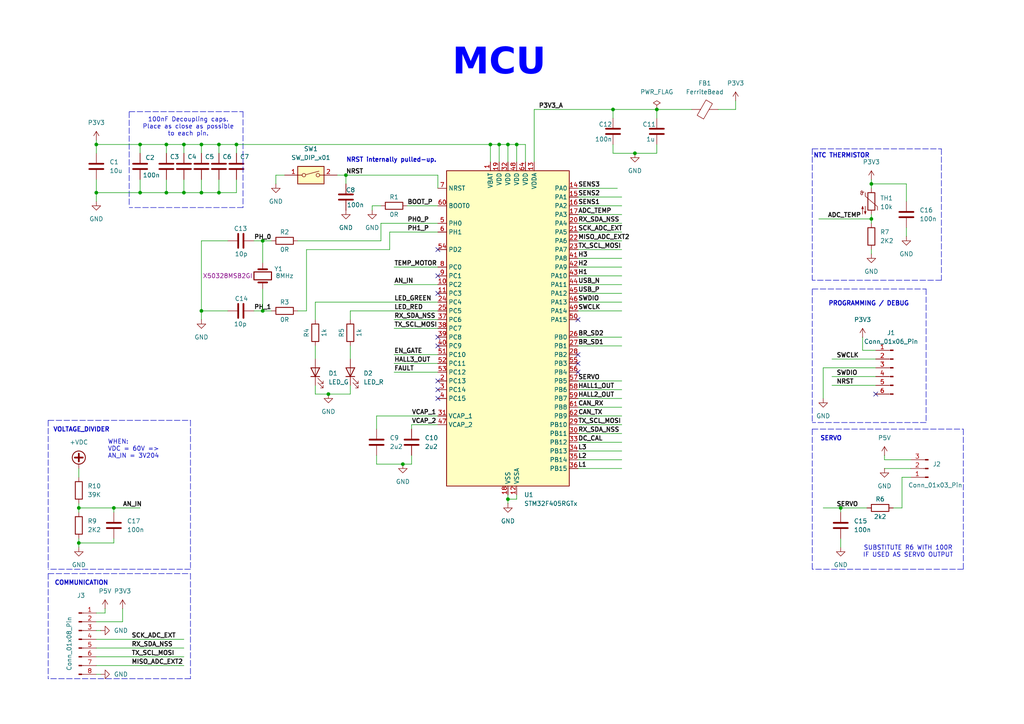
<source format=kicad_sch>
(kicad_sch (version 20250114) (generator "eeschema") (generator_version "9.0")
  (paper "A4")
  (title_block (title "PCB Mastery Project") (date "2026-01-27") (rev "01_1") (company "Integro Consulting AB") (comment 1 "TBD") (comment 2 "TBD") (comment 3 "TBD") (comment 4 "Josue Godinez"))
  (lib_symbols
    (symbol "Connector:Conn_01x03_Pin" (pin_names (offset 1.016) (hide yes))
      (property "Reference" "J" (at 0 5.08 0))
      (property "Value" "Conn_01x03_Pin" (at 0 -5.08 0))
      (symbol "Conn_01x03_Pin_1_1"
        (rectangle (start 0.8636 2.667) (end 0 2.413) (stroke (width 0.1524)) (fill (type outline)))
        (rectangle (start 0.8636 0.127) (end 0 -0.127) (stroke (width 0.1524)) (fill (type outline)))
        (rectangle (start 0.8636 -2.413) (end 0 -2.667) (stroke (width 0.1524)) (fill (type outline)))
        (polyline (pts (xy 1.27 2.54) (xy 0.8636 2.54)) (stroke (width 0.1524)))
        (polyline (pts (xy 1.27 0) (xy 0.8636 0)) (stroke (width 0.1524)))
        (polyline (pts (xy 1.27 -2.54) (xy 0.8636 -2.54)) (stroke (width 0.1524)))
        (pin passive line (at 5.08 2.54 180) (length 3.81) (name "Pin_1") (number "1"))
        (pin passive line (at 5.08 0 180) (length 3.81) (name "Pin_2") (number "2"))
        (pin passive line (at 5.08 -2.54 180) (length 3.81) (name "Pin_3") (number "3"))
      )
    )
    (symbol "Connector:Conn_01x06_Pin" (pin_names (offset 1.016) (hide yes))
      (property "Reference" "J" (at 0 7.62 0))
      (property "Value" "Conn_01x06_Pin" (at 0 -10.16 0))
      (symbol "Conn_01x06_Pin_1_1"
        (rectangle (start 0.8636 5.207) (end 0 4.953) (stroke (width 0.1524)) (fill (type outline)))
        (rectangle (start 0.8636 2.667) (end 0 2.413) (stroke (width 0.1524)) (fill (type outline)))
        (rectangle (start 0.8636 0.127) (end 0 -0.127) (stroke (width 0.1524)) (fill (type outline)))
        (rectangle (start 0.8636 -2.413) (end 0 -2.667) (stroke (width 0.1524)) (fill (type outline)))
        (rectangle (start 0.8636 -4.953) (end 0 -5.207) (stroke (width 0.1524)) (fill (type outline)))
        (rectangle (start 0.8636 -7.493) (end 0 -7.747) (stroke (width 0.1524)) (fill (type outline)))
        (polyline (pts (xy 1.27 5.08) (xy 0.8636 5.08)) (stroke (width 0.1524)))
        (polyline (pts (xy 1.27 2.54) (xy 0.8636 2.54)) (stroke (width 0.1524)))
        (polyline (pts (xy 1.27 0) (xy 0.8636 0)) (stroke (width 0.1524)))
        (polyline (pts (xy 1.27 -2.54) (xy 0.8636 -2.54)) (stroke (width 0.1524)))
        (polyline (pts (xy 1.27 -5.08) (xy 0.8636 -5.08)) (stroke (width 0.1524)))
        (polyline (pts (xy 1.27 -7.62) (xy 0.8636 -7.62)) (stroke (width 0.1524)))
        (pin passive line (at 5.08 5.08 180) (length 3.81) (name "Pin_1") (number "1"))
        (pin passive line (at 5.08 2.54 180) (length 3.81) (name "Pin_2") (number "2"))
        (pin passive line (at 5.08 0 180) (length 3.81) (name "Pin_3") (number "3"))
        (pin passive line (at 5.08 -2.54 180) (length 3.81) (name "Pin_4") (number "4"))
        (pin passive line (at 5.08 -5.08 180) (length 3.81) (name "Pin_5") (number "5"))
        (pin passive line (at 5.08 -7.62 180) (length 3.81) (name "Pin_6") (number "6"))
      )
    )
    (symbol "Connector:Conn_01x08_Pin" (pin_names (offset 1.016) (hide yes))
      (property "Reference" "J" (at 0 10.16 0))
      (property "Value" "Conn_01x08_Pin" (at 0 -12.7 0))
      (symbol "Conn_01x08_Pin_1_1"
        (rectangle (start 0.8636 7.747) (end 0 7.493) (stroke (width 0.1524)) (fill (type outline)))
        (rectangle (start 0.8636 5.207) (end 0 4.953) (stroke (width 0.1524)) (fill (type outline)))
        (rectangle (start 0.8636 2.667) (end 0 2.413) (stroke (width 0.1524)) (fill (type outline)))
        (rectangle (start 0.8636 0.127) (end 0 -0.127) (stroke (width 0.1524)) (fill (type outline)))
        (rectangle (start 0.8636 -2.413) (end 0 -2.667) (stroke (width 0.1524)) (fill (type outline)))
        (rectangle (start 0.8636 -4.953) (end 0 -5.207) (stroke (width 0.1524)) (fill (type outline)))
        (rectangle (start 0.8636 -7.493) (end 0 -7.747) (stroke (width 0.1524)) (fill (type outline)))
        (rectangle (start 0.8636 -10.033) (end 0 -10.287) (stroke (width 0.1524)) (fill (type outline)))
        (polyline (pts (xy 1.27 7.62) (xy 0.8636 7.62)) (stroke (width 0.1524)))
        (polyline (pts (xy 1.27 5.08) (xy 0.8636 5.08)) (stroke (width 0.1524)))
        (polyline (pts (xy 1.27 2.54) (xy 0.8636 2.54)) (stroke (width 0.1524)))
        (polyline (pts (xy 1.27 0) (xy 0.8636 0)) (stroke (width 0.1524)))
        (polyline (pts (xy 1.27 -2.54) (xy 0.8636 -2.54)) (stroke (width 0.1524)))
        (polyline (pts (xy 1.27 -5.08) (xy 0.8636 -5.08)) (stroke (width 0.1524)))
        (polyline (pts (xy 1.27 -7.62) (xy 0.8636 -7.62)) (stroke (width 0.1524)))
        (polyline (pts (xy 1.27 -10.16) (xy 0.8636 -10.16)) (stroke (width 0.1524)))
        (pin passive line (at 5.08 7.62 180) (length 3.81) (name "Pin_1") (number "1"))
        (pin passive line (at 5.08 5.08 180) (length 3.81) (name "Pin_2") (number "2"))
        (pin passive line (at 5.08 2.54 180) (length 3.81) (name "Pin_3") (number "3"))
        (pin passive line (at 5.08 0 180) (length 3.81) (name "Pin_4") (number "4"))
        (pin passive line (at 5.08 -2.54 180) (length 3.81) (name "Pin_5") (number "5"))
        (pin passive line (at 5.08 -5.08 180) (length 3.81) (name "Pin_6") (number "6"))
        (pin passive line (at 5.08 -7.62 180) (length 3.81) (name "Pin_7") (number "7"))
        (pin passive line (at 5.08 -10.16 180) (length 3.81) (name "Pin_8") (number "8"))
      )
    )
    (symbol "Device:C" (pin_numbers (hide yes)) (pin_names (offset 0.254))
      (property "Reference" "C" (at 0.635 2.54 0))
      (property "Value" "C" (at 0.635 -2.54 0))
      (symbol "C_0_1"
        (polyline (pts (xy -2.032 0.762) (xy 2.032 0.762)) (stroke (width 0.508)))
        (polyline (pts (xy -2.032 -0.762) (xy 2.032 -0.762)) (stroke (width 0.508)))
      )
      (symbol "C_1_1"
        (pin passive line (at 0 3.81 270) (length 2.794) (name "~") (number "1"))
        (pin passive line (at 0 -3.81 90) (length 2.794) (name "~") (number "2"))
      )
    )
    (symbol "Device:Crystal" (pin_numbers (hide yes)) (pin_names (offset 1.016) (hide yes))
      (property "Reference" "Y" (at 0 3.81 0))
      (property "Value" "Crystal" (at 0 -3.81 0))
      (symbol "Crystal_0_1"
        (polyline (pts (xy -2.54 0) (xy -1.905 0)))
        (polyline (pts (xy -1.905 -1.27) (xy -1.905 1.27)) (stroke (width 0.508)))
        (rectangle (start -1.143 2.54) (end 1.143 -2.54) (stroke (width 0.3048)))
        (polyline (pts (xy 1.905 -1.27) (xy 1.905 1.27)) (stroke (width 0.508)))
        (polyline (pts (xy 2.54 0) (xy 1.905 0)))
      )
      (symbol "Crystal_1_1"
        (pin passive line (at -3.81 0 0) (length 1.27) (name "1") (number "1"))
        (pin passive line (at 3.81 0 180) (length 1.27) (name "2") (number "2"))
      )
    )
    (symbol "Device:FerriteBead" (pin_numbers (hide yes)) (pin_names (offset 0))
      (property "Reference" "FB" (at -3.81 0.635 90))
      (property "Value" "FerriteBead" (at 3.81 0 90))
      (symbol "FerriteBead_0_1"
        (polyline (pts (xy -2.7686 0.4064) (xy -1.7018 2.2606) (xy 2.7686 -0.3048) (xy 1.6764 -2.159) (xy -2.7686 0.4064)))
        (polyline (pts (xy 0 1.27) (xy 0 1.2954)))
        (polyline (pts (xy 0 -1.27) (xy 0 -1.2192)))
      )
      (symbol "FerriteBead_1_1"
        (pin passive line (at 0 3.81 270) (length 2.54) (name "~") (number "1"))
        (pin passive line (at 0 -3.81 90) (length 2.54) (name "~") (number "2"))
      )
    )
    (symbol "Device:LED" (pin_numbers (hide yes)) (pin_names (offset 1.016) (hide yes))
      (property "Reference" "D" (at 0 2.54 0))
      (property "Value" "LED" (at 0 -2.54 0))
      (symbol "LED_0_1"
        (polyline (pts (xy -3.048 -0.762) (xy -4.572 -2.286) (xy -3.81 -2.286) (xy -4.572 -2.286) (xy -4.572 -1.524)))
        (polyline (pts (xy -1.778 -0.762) (xy -3.302 -2.286) (xy -2.54 -2.286) (xy -3.302 -2.286) (xy -3.302 -1.524)))
        (polyline (pts (xy -1.27 0) (xy 1.27 0)))
        (polyline (pts (xy -1.27 -1.27) (xy -1.27 1.27)) (stroke (width 0.254)))
        (polyline (pts (xy 1.27 -1.27) (xy 1.27 1.27) (xy -1.27 0) (xy 1.27 -1.27)) (stroke (width 0.254)))
      )
      (symbol "LED_1_1"
        (pin passive line (at -3.81 0 0) (length 2.54) (name "K") (number "1"))
        (pin passive line (at 3.81 0 180) (length 2.54) (name "A") (number "2"))
      )
    )
    (symbol "Device:R" (pin_numbers (hide yes)) (pin_names (offset 0))
      (property "Reference" "R" (at 2.032 0 90))
      (property "Value" "R" (at 0 0 90))
      (symbol "R_0_1"
        (rectangle (start -1.016 -2.54) (end 1.016 2.54) (stroke (width 0.254)))
      )
      (symbol "R_1_1"
        (pin passive line (at 0 3.81 270) (length 1.27) (name "~") (number "1"))
        (pin passive line (at 0 -3.81 90) (length 1.27) (name "~") (number "2"))
      )
    )
    (symbol "Device:Thermistor_NTC" (pin_numbers (hide yes)) (pin_names (offset 0))
      (property "Reference" "TH" (at -4.445 0 90))
      (property "Value" "Thermistor_NTC" (at 3.175 0 90))
      (symbol "Thermistor_NTC_0_1"
        (arc (start -3.175 2.413) (mid -3.0506 2.3165) (end -3.048 2.159))
        (arc (start -3.048 2.794) (mid -2.9736 2.9736) (end -2.794 3.048))
        (arc (start -2.794 3.048) (mid -2.6144 2.9736) (end -2.54 2.794))
        (arc (start -2.794 2.54) (mid -2.9736 2.6144) (end -3.048 2.794))
        (arc (start -2.794 1.905) (mid -2.9736 1.9794) (end -3.048 2.159))
        (arc (start -2.54 2.159) (mid -2.6144 1.9794) (end -2.794 1.905))
        (arc (start -2.159 2.794) (mid -2.434 2.5608) (end -2.794 2.54))
        (polyline (pts (xy -2.54 2.159) (xy -2.54 2.794)))
        (polyline (pts (xy -2.54 -3.683) (xy -2.54 -1.397) (xy -2.794 -2.159) (xy -2.286 -2.159) (xy -2.54 -1.397) (xy -2.54 -1.651)) (fill (type outline)))
        (polyline (pts (xy -1.778 2.54) (xy -1.778 1.524) (xy 1.778 -1.524) (xy 1.778 -2.54)))
        (polyline (pts (xy -1.778 -1.397) (xy -1.778 -3.683) (xy -2.032 -2.921) (xy -1.524 -2.921) (xy -1.778 -3.683) (xy -1.778 -3.429)) (fill (type outline)))
        (rectangle (start -1.016 2.54) (end 1.016 -2.54) (stroke (width 0.254)))
      )
      (symbol "Thermistor_NTC_1_1"
        (pin passive line (at 0 3.81 270) (length 1.27) (name "~") (number "1"))
        (pin passive line (at 0 -3.81 90) (length 1.27) (name "~") (number "2"))
      )
    )
    (symbol "MCU_ST_STM32F4:STM32F405RGTx"
      (property "Reference" "U" (at -17.78 46.99 0))
      (property "Value" "STM32F405RGTx" (at 10.16 46.99 0))
      (symbol "STM32F405RGTx_0_1"
        (rectangle (start -17.78 -45.72) (end 17.78 45.72) (stroke (width 0.254)) (fill (type background)))
      )
      (symbol "STM32F405RGTx_1_1"
        (pin input line (at -20.32 40.64 0) (length 2.54) (name "NRST") (number "7"))
        (pin input line (at -20.32 35.56 0) (length 2.54) (name "BOOT0") (number "60"))
        (pin bidirectional line (at -20.32 30.48 0) (length 2.54) (name "PH0") (number "5"))
        (pin bidirectional line (at -20.32 27.94 0) (length 2.54) (name "PH1") (number "6"))
        (pin bidirectional line (at -20.32 22.86 0) (length 2.54) (name "PD2") (number "54"))
        (pin bidirectional line (at -20.32 17.78 0) (length 2.54) (name "PC0") (number "8"))
        (pin bidirectional line (at -20.32 15.24 0) (length 2.54) (name "PC1") (number "9"))
        (pin bidirectional line (at -20.32 12.7 0) (length 2.54) (name "PC2") (number "10"))
        (pin bidirectional line (at -20.32 10.16 0) (length 2.54) (name "PC3") (number "11"))
        (pin bidirectional line (at -20.32 7.62 0) (length 2.54) (name "PC4") (number "24"))
        (pin bidirectional line (at -20.32 5.08 0) (length 2.54) (name "PC5") (number "25"))
        (pin bidirectional line (at -20.32 2.54 0) (length 2.54) (name "PC6") (number "37"))
        (pin bidirectional line (at -20.32 0 0) (length 2.54) (name "PC7") (number "38"))
        (pin bidirectional line (at -20.32 -2.54 0) (length 2.54) (name "PC8") (number "39"))
        (pin bidirectional line (at -20.32 -5.08 0) (length 2.54) (name "PC9") (number "40"))
        (pin bidirectional line (at -20.32 -7.62 0) (length 2.54) (name "PC10") (number "51"))
        (pin bidirectional line (at -20.32 -10.16 0) (length 2.54) (name "PC11") (number "52"))
        (pin bidirectional line (at -20.32 -12.7 0) (length 2.54) (name "PC12") (number "53"))
        (pin bidirectional line (at -20.32 -15.24 0) (length 2.54) (name "PC13") (number "2"))
        (pin bidirectional line (at -20.32 -17.78 0) (length 2.54) (name "PC14") (number "3"))
        (pin bidirectional line (at -20.32 -20.32 0) (length 2.54) (name "PC15") (number "4"))
        (pin power_out line (at -20.32 -25.4 0) (length 2.54) (name "VCAP_1") (number "31"))
        (pin power_out line (at -20.32 -27.94 0) (length 2.54) (name "VCAP_2") (number "47"))
        (pin power_in line (at -5.08 48.26 270) (length 2.54) (name "VBAT") (number "1"))
        (pin power_in line (at -2.54 48.26 270) (length 2.54) (name "VDD") (number "19"))
        (pin power_in line (at 0 48.26 270) (length 2.54) (name "VDD") (number "32"))
        (pin power_in line (at 0 -48.26 90) (length 2.54) (name "VSS") (number "18"))
        (pin passive line (at 0 -48.26 90) (length 2.54) (hide yes) (name "VSS") (number "63"))
        (pin power_in line (at 2.54 48.26 270) (length 2.54) (name "VDD") (number "48"))
        (pin power_in line (at 2.54 -48.26 90) (length 2.54) (name "VSSA") (number "12"))
        (pin power_in line (at 5.08 48.26 270) (length 2.54) (name "VDD") (number "64"))
        (pin power_in line (at 7.62 48.26 270) (length 2.54) (name "VDDA") (number "13"))
        (pin bidirectional line (at 20.32 40.64 180) (length 2.54) (name "PA0") (number "14"))
        (pin bidirectional line (at 20.32 38.1 180) (length 2.54) (name "PA1") (number "15"))
        (pin bidirectional line (at 20.32 35.56 180) (length 2.54) (name "PA2") (number "16"))
        (pin bidirectional line (at 20.32 33.02 180) (length 2.54) (name "PA3") (number "17"))
        (pin bidirectional line (at 20.32 30.48 180) (length 2.54) (name "PA4") (number "20"))
        (pin bidirectional line (at 20.32 27.94 180) (length 2.54) (name "PA5") (number "21"))
        (pin bidirectional line (at 20.32 25.4 180) (length 2.54) (name "PA6") (number "22"))
        (pin bidirectional line (at 20.32 22.86 180) (length 2.54) (name "PA7") (number "23"))
        (pin bidirectional line (at 20.32 20.32 180) (length 2.54) (name "PA8") (number "41"))
        (pin bidirectional line (at 20.32 17.78 180) (length 2.54) (name "PA9") (number "42"))
        (pin bidirectional line (at 20.32 15.24 180) (length 2.54) (name "PA10") (number "43"))
        (pin bidirectional line (at 20.32 12.7 180) (length 2.54) (name "PA11") (number "44"))
        (pin bidirectional line (at 20.32 10.16 180) (length 2.54) (name "PA12") (number "45"))
        (pin bidirectional line (at 20.32 7.62 180) (length 2.54) (name "PA13") (number "46"))
        (pin bidirectional line (at 20.32 5.08 180) (length 2.54) (name "PA14") (number "49"))
        (pin bidirectional line (at 20.32 2.54 180) (length 2.54) (name "PA15") (number "50"))
        (pin bidirectional line (at 20.32 -2.54 180) (length 2.54) (name "PB0") (number "26"))
        (pin bidirectional line (at 20.32 -5.08 180) (length 2.54) (name "PB1") (number "27"))
        (pin bidirectional line (at 20.32 -7.62 180) (length 2.54) (name "PB2") (number "28"))
        (pin bidirectional line (at 20.32 -10.16 180) (length 2.54) (name "PB3") (number "55"))
        (pin bidirectional line (at 20.32 -12.7 180) (length 2.54) (name "PB4") (number "56"))
        (pin bidirectional line (at 20.32 -15.24 180) (length 2.54) (name "PB5") (number "57"))
        (pin bidirectional line (at 20.32 -17.78 180) (length 2.54) (name "PB6") (number "58"))
        (pin bidirectional line (at 20.32 -20.32 180) (length 2.54) (name "PB7") (number "59"))
        (pin bidirectional line (at 20.32 -22.86 180) (length 2.54) (name "PB8") (number "61"))
        (pin bidirectional line (at 20.32 -25.4 180) (length 2.54) (name "PB9") (number "62"))
        (pin bidirectional line (at 20.32 -27.94 180) (length 2.54) (name "PB10") (number "29"))
        (pin bidirectional line (at 20.32 -30.48 180) (length 2.54) (name "PB11") (number "30"))
        (pin bidirectional line (at 20.32 -33.02 180) (length 2.54) (name "PB12") (number "33"))
        (pin bidirectional line (at 20.32 -35.56 180) (length 2.54) (name "PB13") (number "34"))
        (pin bidirectional line (at 20.32 -38.1 180) (length 2.54) (name "PB14") (number "35"))
        (pin bidirectional line (at 20.32 -40.64 180) (length 2.54) (name "PB15") (number "36"))
      )
    )
    (symbol "Switch:SW_DIP_x01" (pin_names (offset 0) (hide yes))
      (property "Reference" "SW" (at 0 3.81 0))
      (property "Value" "SW_DIP_x01" (at 0 -3.81 0))
      (symbol "SW_DIP_x01_0_0"
        (circle (center -2.032 0) (radius 0.508))
        (polyline (pts (xy -1.524 0.127) (xy 2.3622 1.1684)))
        (circle (center 2.032 0) (radius 0.508))
      )
      (symbol "SW_DIP_x01_0_1"
        (rectangle (start -3.81 2.54) (end 3.81 -2.54) (stroke (width 0.254)) (fill (type background)))
      )
      (symbol "SW_DIP_x01_1_1"
        (pin passive line (at -7.62 0 0) (length 5.08) (name "~") (number "1"))
        (pin passive line (at 7.62 0 180) (length 5.08) (name "~") (number "2"))
      )
    )
    (symbol "power:+3.3V" (power) (pin_numbers (hide yes)) (pin_names (offset 0) (hide yes))
      (property "Value" "+3.3V" (at 0 3.556 0))
      (symbol "+3.3V_0_1"
        (polyline (pts (xy -0.762 1.27) (xy 0 2.54)))
        (polyline (pts (xy 0 2.54) (xy 0.762 1.27)))
        (polyline (pts (xy 0 0) (xy 0 2.54)))
      )
      (symbol "+3.3V_1_1"
        (pin power_in line (at 0 0 90) (length 0) (name "~") (number "1"))
      )
    )
    (symbol "power:+VDC" (power) (pin_numbers (hide yes)) (pin_names (offset 0) (hide yes))
      (property "Value" "+VDC" (at 0 6.35 0))
      (symbol "+VDC_0_1"
        (polyline (pts (xy -1.143 3.175) (xy 1.143 3.175)) (stroke (width 0.508)))
        (circle (center 0 3.175) (radius 1.905) (stroke (width 0.254)))
        (polyline (pts (xy 0 2.032) (xy 0 4.318)) (stroke (width 0.508)))
        (polyline (pts (xy 0 0) (xy 0 1.27)))
      )
      (symbol "+VDC_1_1"
        (pin power_in line (at 0 0 90) (length 0) (name "~") (number "1"))
      )
    )
    (symbol "power:GND" (power) (pin_numbers (hide yes)) (pin_names (offset 0) (hide yes))
      (property "Value" "GND" (at 0 -3.81 0))
      (symbol "GND_0_1"
        (polyline (pts (xy 0 0) (xy 0 -1.27) (xy 1.27 -1.27) (xy 0 -2.54) (xy -1.27 -1.27) (xy 0 -1.27)))
      )
      (symbol "GND_1_1"
        (pin power_in line (at 0 0 270) (length 0) (name "~") (number "1"))
      )
    )
    (symbol "power:PWR_FLAG" (power) (pin_numbers (hide yes)) (pin_names (offset 0) (hide yes))
      (property "Value" "PWR_FLAG" (at 0 3.81 0))
      (symbol "PWR_FLAG_0_0"
        (pin power_out line (at 0 0 90) (length 0) (name "~") (number "1"))
      )
      (symbol "PWR_FLAG_0_1"
        (polyline (pts (xy 0 0) (xy 0 1.27) (xy -1.016 1.905) (xy 0 2.54) (xy 1.016 1.905) (xy 0 1.27)))
      )
    )
  )
  (text "PROGRAMMING / DEBUG" (at 251.968 88.138 0) (effects (font (size 1.27 1.27) (thickness 0.254) (bold yes))))
  (text "NRST internally pulled-up." (at 113.538 46.482 0) (effects (font (size 1.27 1.27) (thickness 0.254) (bold yes))))
  (text "MCU" (at 144.78 20.32 0) (effects (font (size 7.62 7.62) (thickness 0.254) (bold yes))))
  (text "WHEN:\nVDC = 60V =>\nAN_IN = 3V204" (at 31.242 130.302 0) (effects (font (size 1.27 1.27) (thickness 0.1588)) (justify left)))
  (text "NTC THERMISTOR" (at 244.094 45.212 0) (effects (font (size 1.27 1.27) (thickness 0.254) (bold yes))))
  (text "SERVO" (at 241.046 127.254 0) (effects (font (size 1.27 1.27) (thickness 0.254) (bold yes))))
  (text "SUBSTITUTE R6 WITH 100R\nIF USED AS SERVO OUTPUT" (at 263.398 160.02 0) (effects (font (size 1.27 1.27) (thickness 0.1588))))
  (text "VOLTAGE_DIVIDER\n" (at 23.622 124.714 0) (effects (font (size 1.27 1.27) (thickness 0.254) (bold yes))))
  (text "100nF Decoupling caps.\nPlace as close as possible\nto each pin." (at 54.61 36.83 0) (effects (font (size 1.27 1.27))))
  (text "COMMUNICATION\n" (at 23.622 169.164 0) (effects (font (size 1.27 1.27) (thickness 0.254) (bold yes))))
  (junction (at 63.5 55.88))
  (junction (at 68.58 41.91))
  (junction (at 27.94 41.91))
  (junction (at 53.34 55.88))
  (junction (at 190.5 31.75))
  (junction (at 100.33 50.8))
  (junction (at 27.94 55.88))
  (junction (at 76.2 69.85))
  (junction (at 53.34 41.91))
  (junction (at 22.86 147.32))
  (junction (at 33.02 147.32))
  (junction (at 58.42 55.88))
  (junction (at 252.73 53.34))
  (junction (at 76.2 90.17))
  (junction (at 116.84 134.62))
  (junction (at 243.84 147.32))
  (junction (at 48.26 41.91))
  (junction (at 142.24 41.91))
  (junction (at 149.86 41.91))
  (junction (at 95.25 114.3))
  (junction (at 58.42 90.17))
  (junction (at 147.32 144.78))
  (junction (at 252.73 63.5))
  (junction (at 40.64 41.91))
  (junction (at 58.42 41.91))
  (junction (at 184.15 44.45))
  (junction (at 40.64 55.88))
  (junction (at 177.8 31.75))
  (junction (at 48.26 55.88))
  (junction (at 144.78 41.91))
  (junction (at 63.5 41.91))
  (junction (at 147.32 41.91))
  (junction (at 22.86 157.48))
  (no_connect (at 167.64 92.71))
  (no_connect (at 127 72.39))
  (no_connect (at 167.64 102.87))
  (no_connect (at 127 100.33))
  (no_connect (at 167.64 107.95))
  (no_connect (at 127 113.03))
  (no_connect (at 254 114.3))
  (no_connect (at 167.64 105.41))
  (no_connect (at 127 80.01))
  (no_connect (at 127 115.57))
  (no_connect (at 127 110.49))
  (no_connect (at 127 97.79))
  (no_connect (at 127 85.09))
  (wire (pts (xy 48.26 55.88) (xy 53.34 55.88)))
  (wire (pts (xy 35.56 180.34) (xy 27.94 180.34)))
  (wire (pts (xy 167.64 85.09) (xy 180.34 85.09)))
  (polyline (pts (xy 235.585 43.18) (xy 273.05 43.18)) (stroke (width 0) (type dash)))
  (wire (pts (xy 95.25 114.3) (xy 91.44 114.3)))
  (wire (pts (xy 167.64 80.01) (xy 180.34 80.01)))
  (wire (pts (xy 27.94 41.91) (xy 27.94 44.45)))
  (polyline (pts (xy 55.245 165.1) (xy 13.97 165.1)) (stroke (width 0) (type dash)))
  (wire (pts (xy 33.02 156.21) (xy 33.02 157.48)))
  (polyline (pts (xy 235.585 83.947) (xy 235.585 122.555)) (stroke (width 0) (type dash)))
  (wire (pts (xy 63.5 55.88) (xy 68.58 55.88)))
  (polyline (pts (xy 279.4 165.1) (xy 235.585 165.1)) (stroke (width 0) (type dash)))
  (wire (pts (xy 27.94 193.04) (xy 53.34 193.04)))
  (wire (pts (xy 48.26 55.88) (xy 48.26 52.07)))
  (wire (pts (xy 101.6 92.71) (xy 101.6 90.17)))
  (wire (pts (xy 119.38 134.62) (xy 116.84 134.62)))
  (wire (pts (xy 208.28 31.75) (xy 213.36 31.75)))
  (wire (pts (xy 48.26 41.91) (xy 53.34 41.91)))
  (wire (pts (xy 167.64 135.89) (xy 180.34 135.89)))
  (wire (pts (xy 110.49 69.85) (xy 110.49 64.77)))
  (wire (pts (xy 101.6 100.33) (xy 101.6 104.14)))
  (wire (pts (xy 252.73 52.07) (xy 252.73 53.34)))
  (wire (pts (xy 254 106.68) (xy 238.76 106.68)))
  (polyline (pts (xy 37.465 32.512) (xy 37.465 59.69)) (stroke (width 0) (type dash)))
  (wire (pts (xy 109.22 120.65) (xy 127 120.65)))
  (wire (pts (xy 167.64 125.73) (xy 180.34 125.73)))
  (wire (pts (xy 119.38 123.19) (xy 127 123.19)))
  (wire (pts (xy 33.02 147.32) (xy 40.64 147.32)))
  (wire (pts (xy 27.94 40.64) (xy 27.94 41.91)))
  (wire (pts (xy 190.5 41.91) (xy 190.5 44.45)))
  (wire (pts (xy 88.9 72.39) (xy 88.9 90.17)))
  (wire (pts (xy 167.64 72.39) (xy 180.34 72.39)))
  (wire (pts (xy 22.86 146.05) (xy 22.86 147.32)))
  (wire (pts (xy 109.22 120.65) (xy 109.22 124.46)))
  (wire (pts (xy 114.3 95.25) (xy 127 95.25)))
  (wire (pts (xy 113.03 67.31) (xy 113.03 72.39)))
  (polyline (pts (xy 13.97 121.92) (xy 55.245 121.92)) (stroke (width 0) (type dash)))
  (wire (pts (xy 101.6 114.3) (xy 95.25 114.3)))
  (wire (pts (xy 100.33 50.8) (xy 127 50.8)))
  (wire (pts (xy 101.6 90.17) (xy 127 90.17)))
  (wire (pts (xy 76.2 69.85) (xy 76.2 76.2)))
  (wire (pts (xy 113.03 72.39) (xy 88.9 72.39)))
  (wire (pts (xy 48.26 41.91) (xy 48.26 44.45)))
  (wire (pts (xy 76.2 69.85) (xy 78.74 69.85)))
  (wire (pts (xy 91.44 114.3) (xy 91.44 111.76)))
  (wire (pts (xy 190.5 31.75) (xy 200.66 31.75)))
  (wire (pts (xy 86.36 69.85) (xy 110.49 69.85)))
  (wire (pts (xy 30.48 177.8) (xy 27.94 177.8)))
  (wire (pts (xy 91.44 87.63) (xy 127 87.63)))
  (wire (pts (xy 252.73 53.34) (xy 252.73 54.61)))
  (wire (pts (xy 213.36 29.21) (xy 213.36 31.75)))
  (wire (pts (xy 250.19 97.79) (xy 250.19 101.6)))
  (wire (pts (xy 127 67.31) (xy 113.03 67.31)))
  (wire (pts (xy 58.42 41.91) (xy 58.42 44.45)))
  (wire (pts (xy 144.78 41.91) (xy 147.32 41.91)))
  (wire (pts (xy 243.84 147.32) (xy 243.84 148.59)))
  (wire (pts (xy 73.66 90.17) (xy 76.2 90.17)))
  (wire (pts (xy 238.76 106.68) (xy 238.76 115.57)))
  (wire (pts (xy 252.73 63.5) (xy 252.73 64.77)))
  (polyline (pts (xy 37.465 32.385) (xy 70.485 32.385)) (stroke (width 0) (type dash)))
  (wire (pts (xy 110.49 64.77) (xy 127 64.77)))
  (wire (pts (xy 97.79 50.8) (xy 100.33 50.8)))
  (polyline (pts (xy 13.97 121.92) (xy 13.97 165.1)) (stroke (width 0) (type dash)))
  (wire (pts (xy 68.58 41.91) (xy 142.24 41.91)))
  (wire (pts (xy 167.64 110.49) (xy 180.34 110.49)))
  (polyline (pts (xy 268.605 122.555) (xy 235.585 122.555)) (stroke (width 0) (type dash)))
  (wire (pts (xy 53.34 55.88) (xy 53.34 52.07)))
  (wire (pts (xy 58.42 55.88) (xy 58.42 52.07)))
  (wire (pts (xy 241.3 109.22) (xy 254 109.22)))
  (wire (pts (xy 167.64 118.11) (xy 180.34 118.11)))
  (wire (pts (xy 107.95 60.96) (xy 107.95 59.69)))
  (polyline (pts (xy 235.585 124.46) (xy 235.585 165.1)) (stroke (width 0) (type dash)))
  (wire (pts (xy 243.84 147.32) (xy 251.46 147.32)))
  (wire (pts (xy 63.5 55.88) (xy 63.5 52.07)))
  (wire (pts (xy 82.55 50.8) (xy 80.01 50.8)))
  (wire (pts (xy 167.64 67.31) (xy 180.34 67.31)))
  (wire (pts (xy 66.04 69.85) (xy 58.42 69.85)))
  (wire (pts (xy 27.94 190.5) (xy 53.34 190.5)))
  (wire (pts (xy 109.22 132.08) (xy 109.22 134.62)))
  (wire (pts (xy 58.42 69.85) (xy 58.42 90.17)))
  (wire (pts (xy 63.5 41.91) (xy 63.5 44.45)))
  (wire (pts (xy 167.64 130.81) (xy 180.34 130.81)))
  (wire (pts (xy 252.73 72.39) (xy 252.73 73.66)))
  (wire (pts (xy 167.64 59.69) (xy 180.34 59.69)))
  (wire (pts (xy 40.64 41.91) (xy 48.26 41.91)))
  (wire (pts (xy 167.64 123.19) (xy 180.34 123.19)))
  (wire (pts (xy 256.54 135.89) (xy 264.16 135.89)))
  (wire (pts (xy 22.86 157.48) (xy 22.86 158.75)))
  (wire (pts (xy 167.64 69.85) (xy 180.34 69.85)))
  (wire (pts (xy 149.86 41.91) (xy 149.86 46.99)))
  (wire (pts (xy 147.32 41.91) (xy 149.86 41.91)))
  (wire (pts (xy 167.64 77.47) (xy 180.34 77.47)))
  (wire (pts (xy 243.84 156.21) (xy 243.84 158.75)))
  (wire (pts (xy 58.42 55.88) (xy 63.5 55.88)))
  (wire (pts (xy 177.8 44.45) (xy 177.8 41.91)))
  (wire (pts (xy 119.38 124.46) (xy 119.38 123.19)))
  (wire (pts (xy 147.32 41.91) (xy 147.32 46.99)))
  (wire (pts (xy 167.64 128.27) (xy 180.34 128.27)))
  (wire (pts (xy 167.64 113.03) (xy 180.34 113.03)))
  (wire (pts (xy 27.94 185.42) (xy 53.34 185.42)))
  (wire (pts (xy 252.73 62.23) (xy 252.73 63.5)))
  (wire (pts (xy 107.95 59.69) (xy 110.49 59.69)))
  (wire (pts (xy 184.15 44.45) (xy 190.5 44.45)))
  (wire (pts (xy 80.01 50.8) (xy 80.01 53.34)))
  (wire (pts (xy 58.42 90.17) (xy 66.04 90.17)))
  (polyline (pts (xy 13.97 166.37) (xy 55.245 166.37)) (stroke (width 0) (type dash)))
  (wire (pts (xy 30.48 176.53) (xy 30.48 177.8)))
  (wire (pts (xy 147.32 144.78) (xy 147.32 143.51)))
  (polyline (pts (xy 235.585 124.46) (xy 279.4 124.46)) (stroke (width 0) (type dash)))
  (wire (pts (xy 27.94 41.91) (xy 40.64 41.91)))
  (polyline (pts (xy 70.485 32.385) (xy 70.485 60.198)) (stroke (width 0) (type dash)))
  (wire (pts (xy 114.3 107.95) (xy 127 107.95)))
  (wire (pts (xy 190.5 31.75) (xy 177.8 31.75)))
  (wire (pts (xy 241.3 104.14) (xy 254 104.14)))
  (wire (pts (xy 190.5 31.75) (xy 190.5 34.29)))
  (wire (pts (xy 22.86 156.21) (xy 22.86 157.48)))
  (wire (pts (xy 29.21 182.88) (xy 27.94 182.88)))
  (polyline (pts (xy 279.4 124.46) (xy 279.4 165.1)) (stroke (width 0) (type dash)))
  (wire (pts (xy 167.64 57.15) (xy 180.34 57.15)))
  (wire (pts (xy 22.86 135.89) (xy 22.86 138.43)))
  (wire (pts (xy 262.89 53.34) (xy 252.73 53.34)))
  (wire (pts (xy 259.08 147.32) (xy 261.62 147.32)))
  (wire (pts (xy 27.94 55.88) (xy 27.94 58.42)))
  (wire (pts (xy 68.58 55.88) (xy 68.58 52.07)))
  (polyline (pts (xy 13.97 166.37) (xy 13.97 196.85)) (stroke (width 0) (type dash)))
  (wire (pts (xy 40.64 55.88) (xy 40.64 52.07)))
  (wire (pts (xy 144.78 41.91) (xy 144.78 46.99)))
  (wire (pts (xy 167.64 90.17) (xy 180.34 90.17)))
  (polyline (pts (xy 55.245 166.37) (xy 55.245 196.85)) (stroke (width 0) (type dash)))
  (wire (pts (xy 73.66 69.85) (xy 76.2 69.85)))
  (wire (pts (xy 88.9 90.17) (xy 86.36 90.17)))
  (polyline (pts (xy 268.605 83.82) (xy 268.605 122.555)) (stroke (width 0) (type dash)))
  (wire (pts (xy 177.8 31.75) (xy 177.8 34.29)))
  (wire (pts (xy 27.94 55.88) (xy 40.64 55.88)))
  (wire (pts (xy 53.34 55.88) (xy 58.42 55.88)))
  (wire (pts (xy 149.86 143.51) (xy 149.86 144.78)))
  (wire (pts (xy 154.94 46.99) (xy 154.94 31.75)))
  (wire (pts (xy 154.94 31.75) (xy 177.8 31.75)))
  (wire (pts (xy 167.64 64.77) (xy 180.34 64.77)))
  (wire (pts (xy 184.15 44.45) (xy 177.8 44.45)))
  (wire (pts (xy 167.64 133.35) (xy 180.34 133.35)))
  (wire (pts (xy 114.3 82.55) (xy 127 82.55)))
  (wire (pts (xy 33.02 148.59) (xy 33.02 147.32)))
  (wire (pts (xy 238.76 147.32) (xy 243.84 147.32)))
  (wire (pts (xy 68.58 41.91) (xy 68.58 44.45)))
  (wire (pts (xy 167.64 62.23) (xy 180.34 62.23)))
  (wire (pts (xy 22.86 147.32) (xy 33.02 147.32)))
  (polyline (pts (xy 55.245 121.92) (xy 55.245 165.1)) (stroke (width 0) (type dash)))
  (wire (pts (xy 109.22 134.62) (xy 116.84 134.62)))
  (wire (pts (xy 149.86 144.78) (xy 147.32 144.78)))
  (wire (pts (xy 40.64 55.88) (xy 48.26 55.88)))
  (wire (pts (xy 53.34 41.91) (xy 53.34 44.45)))
  (wire (pts (xy 262.89 58.42) (xy 262.89 53.34)))
  (wire (pts (xy 167.64 100.33) (xy 180.34 100.33)))
  (wire (pts (xy 167.64 82.55) (xy 180.34 82.55)))
  (wire (pts (xy 40.64 41.91) (xy 40.64 44.45)))
  (wire (pts (xy 101.6 111.76) (xy 101.6 114.3)))
  (wire (pts (xy 27.94 52.07) (xy 27.94 55.88)))
  (wire (pts (xy 100.33 53.34) (xy 100.33 50.8)))
  (wire (pts (xy 118.11 59.69) (xy 127 59.69)))
  (wire (pts (xy 27.94 187.96) (xy 53.34 187.96)))
  (wire (pts (xy 114.3 102.87) (xy 127 102.87)))
  (wire (pts (xy 91.44 104.14) (xy 91.44 100.33)))
  (wire (pts (xy 152.4 41.91) (xy 152.4 46.99)))
  (wire (pts (xy 256.54 133.35) (xy 264.16 133.35)))
  (wire (pts (xy 167.64 120.65) (xy 180.34 120.65)))
  (wire (pts (xy 261.62 138.43) (xy 261.62 147.32)))
  (wire (pts (xy 167.64 87.63) (xy 180.34 87.63)))
  (wire (pts (xy 256.54 132.08) (xy 256.54 133.35)))
  (wire (pts (xy 53.34 41.91) (xy 58.42 41.91)))
  (wire (pts (xy 262.89 68.58) (xy 262.89 66.04)))
  (wire (pts (xy 147.32 146.05) (xy 147.32 144.78)))
  (wire (pts (xy 237.49 63.5) (xy 252.73 63.5)))
  (wire (pts (xy 241.3 111.76) (xy 254 111.76)))
  (wire (pts (xy 167.64 74.93) (xy 180.34 74.93)))
  (wire (pts (xy 58.42 41.91) (xy 63.5 41.91)))
  (wire (pts (xy 29.21 195.58) (xy 27.94 195.58)))
  (wire (pts (xy 76.2 83.82) (xy 76.2 90.17)))
  (polyline (pts (xy 70.485 60.198) (xy 37.465 60.198)) (stroke (width 0) (type dash)))
  (wire (pts (xy 167.64 97.79) (xy 180.34 97.79)))
  (wire (pts (xy 254 101.6) (xy 250.19 101.6)))
  (wire (pts (xy 142.24 41.91) (xy 144.78 41.91)))
  (wire (pts (xy 114.3 92.71) (xy 127 92.71)))
  (wire (pts (xy 63.5 41.91) (xy 68.58 41.91)))
  (wire (pts (xy 35.56 176.53) (xy 35.56 180.34)))
  (polyline (pts (xy 235.585 83.82) (xy 268.605 83.82)) (stroke (width 0) (type dash)))
  (polyline (pts (xy 55.245 196.85) (xy 13.97 196.85)) (stroke (width 0) (type dash)))
  (wire (pts (xy 114.3 77.47) (xy 127 77.47)))
  (wire (pts (xy 58.42 90.17) (xy 58.42 92.71)))
  (wire (pts (xy 22.86 157.48) (xy 33.02 157.48)))
  (wire (pts (xy 91.44 92.71) (xy 91.44 87.63)))
  (wire (pts (xy 264.16 138.43) (xy 261.62 138.43)))
  (polyline (pts (xy 273.05 81.28) (xy 235.585 81.28)) (stroke (width 0) (type dash)))
  (wire (pts (xy 119.38 132.08) (xy 119.38 134.62)))
  (wire (pts (xy 179.07 54.61) (xy 167.64 54.61)))
  (wire (pts (xy 22.86 147.32) (xy 22.86 148.59)))
  (wire (pts (xy 167.64 115.57) (xy 180.34 115.57)))
  (wire (pts (xy 114.3 105.41) (xy 127 105.41)))
  (wire (pts (xy 149.86 41.91) (xy 152.4 41.91)))
  (polyline (pts (xy 235.585 43.18) (xy 235.585 81.28)) (stroke (width 0) (type dash)))
  (wire (pts (xy 142.24 41.91) (xy 142.24 46.99)))
  (polyline (pts (xy 273.05 43.18) (xy 273.05 81.28)) (stroke (width 0) (type dash)))
  (wire (pts (xy 76.2 90.17) (xy 78.74 90.17)))
  (wire (pts (xy 127 50.8) (xy 127 54.61)))
  (label "PH0_P" (at 118.11 64.77 0) (effects (font (thickness 0.254) (bold yes))))
  (label "RX_SDA_NSS" (at 38.1 187.96 0) (effects (font (thickness 0.254) (bold yes))))
  (label "SWCLK" (at 242.57 104.14 0) (effects (font (thickness 0.254) (bold yes))))
  (label "SWCLK" (at 167.64 90.17 0) (effects (font (thickness 0.254) (bold yes))))
  (label "PH_0" (at 73.66 69.85 0) (effects (font (thickness 0.254) (bold yes))))
  (label "SENS2" (at 167.64 57.15 0) (effects (font (thickness 0.254) (bold yes))))
  (label "L3" (at 167.64 130.81 0) (effects (font (thickness 0.254) (bold yes))))
  (label "PH_1" (at 73.66 90.17 0) (effects (font (thickness 0.254) (bold yes))))
  (label "DC_CAL" (at 167.64 128.27 0) (effects (font (thickness 0.254) (bold yes))))
  (label "VCAP_2" (at 119.38 123.19 0) (effects (font (thickness 0.254) (bold yes))))
  (label "ADC_TEMP" (at 240.03 63.5 0) (effects (font (thickness 0.254) (bold yes))))
  (label "SERVO" (at 167.64 110.49 0) (effects (font (thickness 0.254) (bold yes))))
  (label "SWDIO" (at 167.64 87.63 0) (effects (font (thickness 0.254) (bold yes))))
  (label "CAN_TX" (at 167.64 120.65 0) (effects (font (thickness 0.254) (bold yes))))
  (label "HALL2_OUT" (at 167.64 115.57 0) (effects (font (thickness 0.254) (bold yes))))
  (label "L2" (at 167.64 133.35 0) (effects (font (thickness 0.254) (bold yes))))
  (label "SENS1" (at 167.64 59.69 0) (effects (font (thickness 0.254) (bold yes))))
  (label "EN_GATE" (at 114.3 102.87 0) (effects (font (thickness 0.254) (bold yes))))
  (label "LED_GREEN" (at 114.3 87.63 0) (effects (font (thickness 0.254) (bold yes))))
  (label "SENS3" (at 167.64 54.61 0) (effects (font (thickness 0.254) (bold yes))))
  (label "BR_SD2" (at 167.64 97.79 0) (effects (font (thickness 0.254) (bold yes))))
  (label "TX_SCL_MOSI" (at 167.64 123.19 0) (effects (font (thickness 0.254) (bold yes))))
  (label "VCAP_1" (at 119.38 120.65 0) (effects (font (thickness 0.254) (bold yes))))
  (label "PH1_P" (at 118.11 67.31 0) (effects (font (thickness 0.254) (bold yes))))
  (label "HALL3_OUT" (at 114.3 105.41 0) (effects (font (thickness 0.254) (bold yes))))
  (label "HALL1_OUT" (at 167.64 113.03 0) (effects (font (thickness 0.254) (bold yes))))
  (label "USB_N" (at 167.64 82.55 0) (effects (font (thickness 0.254) (bold yes))))
  (label "SCK_ADC_EXT" (at 38.1 185.42 0) (effects (font (thickness 0.254) (bold yes))))
  (label "USB_P" (at 167.64 85.09 0) (effects (font (thickness 0.254) (bold yes))))
  (label "AN_IN" (at 35.56 147.32 0) (effects (font (thickness 0.254) (bold yes))))
  (label "BOOT_P" (at 118.11 59.69 0) (effects (font (thickness 0.254) (bold yes))))
  (label "P3V3_A" (at 156.21 31.75 0) (effects (font (thickness 0.254) (bold yes))))
  (label "TX_SCL_MOSI" (at 38.1 190.5 0) (effects (font (thickness 0.254) (bold yes))))
  (label "TX_SCL_MOSI" (at 114.3 95.25 0) (effects (font (thickness 0.254) (bold yes))))
  (label "RX_SDA_NSS" (at 167.64 125.73 0) (effects (font (thickness 0.254) (bold yes))))
  (label "SERVO" (at 242.57 147.32 0) (effects (font (thickness 0.254) (bold yes))))
  (label "FAULT" (at 114.3 107.95 0) (effects (font (thickness 0.254) (bold yes))))
  (label "CAN_RX" (at 167.64 118.11 0) (effects (font (thickness 0.254) (bold yes))))
  (label "H2" (at 167.64 77.47 0) (effects (font (thickness 0.254) (bold yes))))
  (label "AN_IN" (at 114.3 82.55 0) (effects (font (thickness 0.254) (bold yes))))
  (label "MISO_ADC_EXT2" (at 38.1 193.04 0) (effects (font (thickness 0.254) (bold yes))))
  (label "BR_SD1" (at 167.64 100.33 0) (effects (font (thickness 0.254) (bold yes))))
  (label "SCK_ADC_EXT" (at 167.64 67.31 0) (effects (font (thickness 0.254) (bold yes))))
  (label "MISO_ADC_EXT2" (at 167.64 69.85 0) (effects (font (thickness 0.254) (bold yes))))
  (label "ADC_TEMP" (at 167.64 62.23 0) (effects (font (thickness 0.254) (bold yes))))
  (label "H1" (at 167.64 80.01 0) (effects (font (thickness 0.254) (bold yes))))
  (label "TX_SCL_MOSI" (at 167.64 72.39 0) (effects (font (thickness 0.254) (bold yes))))
  (label "H3" (at 167.64 74.93 0) (effects (font (thickness 0.254) (bold yes))))
  (label "SWDIO" (at 242.57 109.22 0) (effects (font (thickness 0.254) (bold yes))))
  (label "NRST" (at 100.33 50.8 0) (effects (font (thickness 0.254) (bold yes))))
  (label "RX_SDA_NSS" (at 167.64 64.77 0) (effects (font (thickness 0.254) (bold yes))))
  (label "NRST" (at 242.57 111.76 0) (effects (font (thickness 0.254) (bold yes))))
  (label "RX_SDA_NSS" (at 114.3 92.71 0) (effects (font (thickness 0.254) (bold yes))))
  (label "LED_RED" (at 114.3 90.17 0) (effects (font (thickness 0.254) (bold yes))))
  (label "L1" (at 167.64 135.89 0) (effects (font (thickness 0.254) (bold yes))))
  (label "TEMP_MOTOR" (at 114.3 77.47 0) (effects (font (thickness 0.254) (bold yes))))
  (symbol (lib_id "power:GND") (at 22.86 158.75 0) (mirror y) (unit 1)
    (property "Reference" "#PWR025" (effects (hide yes)))
    (property "Value" "GND" (at 22.86 163.83 0))
    (property "Description" "Power symbol creates a global label with name \"GND\" , ground" (effects (hide yes)))
  )
  (symbol (lib_id "Device:C") (at 68.58 48.26 0) (unit 1)
    (property "Reference" "C7" (at 69.596 45.466 0) (effects (justify left)))
    (property "Value" "100n" (effects (hide yes)))
    (property "Description" "Unpolarized capacitor" (effects (hide yes)))
  )
  (symbol (lib_id "power:+VDC") (at 22.86 135.89 0) (unit 1)
    (property "Reference" "#PWR026" (effects (hide yes)))
    (property "Value" "+VDC" (at 22.86 128.27 0))
    (property "Description" "Power symbol creates a global label with name \"+VDC\"" (effects (hide yes)))
  )
  (symbol (lib_id "power:GND") (at 29.21 182.88 90) (mirror x) (unit 1)
    (property "Reference" "#PWR022" (effects (hide yes)))
    (property "Value" "GND" (at 33.02 182.8799 90) (effects (justify right)))
    (property "Description" "Power symbol creates a global label with name \"GND\" , ground" (effects (hide yes)))
  )
  (symbol (lib_id "Device:R") (at 255.27 147.32 90) (unit 1)
    (property "Reference" "R6" (at 255.27 144.78 90))
    (property "Value" "2k2" (at 255.27 149.86 90))
    (property "Description" "Resistor" (effects (hide yes)))
  )
  (symbol (lib_id "power:GND") (at 243.84 158.75 0) (mirror y) (unit 1)
    (property "Reference" "#PWR016" (effects (hide yes)))
    (property "Value" "GND" (at 243.84 163.83 0))
    (property "Description" "Power symbol creates a global label with name \"GND\" , ground" (effects (hide yes)))
  )
  (symbol (lib_id "Connector:Conn_01x03_Pin") (at 269.24 135.89 180) (unit 1)
    (property "Reference" "J2" (at 270.51 134.6199 0) (effects (justify right)))
    (property "Value" "Conn_01x03_Pin" (at 263.398 140.716 0) (effects (justify right)))
    (property "Description" "Generic connector, single row, 01x03, script generated" (effects (hide yes)))
  )
  (symbol (lib_id "power:GND") (at 256.54 135.89 0) (mirror y) (unit 1)
    (property "Reference" "#PWR014" (effects (hide yes)))
    (property "Value" "GND" (at 256.54 140.97 0))
    (property "Description" "Power symbol creates a global label with name \"GND\" , ground" (effects (hide yes)))
  )
  (symbol (lib_id "power:GND") (at 107.95 60.96 0) (unit 1)
    (property "Reference" "#PWR05" (effects (hide yes)))
    (property "Value" "GND" (at 107.95 66.04 0))
    (property "Description" "Power symbol creates a global label with name \"GND\" , ground" (effects (hide yes)))
  )
  (symbol (lib_id "Connector:Conn_01x08_Pin") (at 22.86 185.42 0) (unit 1)
    (property "Reference" "J3" (at 23.495 172.72 0))
    (property "Value" "Conn_01x08_Pin" (at 20.066 186.69 90))
    (property "Description" "Generic connector, single row, 01x08, script generated" (effects (hide yes)))
  )
  (symbol (lib_id "Device:R") (at 101.6 96.52 180) (unit 1)
    (property "Reference" "R5" (at 99.06 96.52 90))
    (property "Value" "1k" (at 104.14 96.52 90))
    (property "Description" "Resistor" (effects (hide yes)))
  )
  (symbol (lib_id "Device:C") (at 109.22 128.27 0) (unit 1)
    (property "Reference" "C9" (at 113.03 126.9999 0) (effects (justify left)))
    (property "Value" "2u2" (at 113.03 129.5399 0) (effects (justify left)))
    (property "Description" "Unpolarized capacitor" (effects (hide yes)))
  )
  (symbol (lib_id "Device:R") (at 114.3 59.69 90) (unit 1)
    (property "Reference" "R1" (at 114.3 57.15 90))
    (property "Value" "0R" (at 114.3 62.23 90))
    (property "Description" "Resistor" (effects (hide yes)))
  )
  (symbol (lib_id "power:PWR_FLAG") (at 190.5 31.75 0) (unit 1)
    (property "Reference" "#FLG01" (effects (hide yes)))
    (property "Value" "PWR_FLAG" (at 190.5 26.67 0))
    (property "Description" "Special symbol for telling ERC where power comes from" (effects (hide yes)))
  )
  (symbol (lib_id "Device:R") (at 82.55 69.85 90) (unit 1)
    (property "Reference" "R2" (at 82.55 67.31 90))
    (property "Value" "0R" (at 82.55 72.39 90))
    (property "Description" "Resistor" (effects (hide yes)))
  )
  (symbol (lib_id "Device:C") (at 69.85 69.85 270) (unit 1)
    (property "Reference" "C13" (at 67.818 66.294 90) (effects (justify left)))
    (property "Value" "10p" (at 68.072 73.66 90) (effects (justify left)))
    (property "Description" "Unpolarized capacitor" (effects (hide yes)))
  )
  (symbol (lib_id "power:GND") (at 29.21 195.58 90) (mirror x) (unit 1)
    (property "Reference" "#PWR023" (effects (hide yes)))
    (property "Value" "GND" (at 33.02 195.5799 90) (effects (justify right)))
    (property "Description" "Power symbol creates a global label with name \"GND\" , ground" (effects (hide yes)))
  )
  (symbol (lib_id "power:GND") (at 184.15 44.45 0) (mirror y) (unit 1)
    (property "Reference" "#PWR08" (effects (hide yes)))
    (property "Value" "GND" (at 184.15 49.53 0))
    (property "Description" "Power symbol creates a global label with name \"GND\" , ground" (effects (hide yes)))
  )
  (symbol (lib_id "Device:R") (at 22.86 152.4 0) (unit 1)
    (property "Reference" "R9" (at 25.4 151.1299 0) (effects (justify left)))
    (property "Value" "2K2" (at 25.4 153.6699 0) (effects (justify left)))
    (property "Description" "Resistor" (effects (hide yes)))
  )
  (symbol (lib_id "Switch:SW_DIP_x01") (at 90.17 50.8 0) (unit 1)
    (property "Reference" "SW1" (at 90.17 43.18 0))
    (property "Value" "SW_DIP_x01" (at 90.17 45.72 0))
    (property "Description" "1x DIP Switch, Single Pole Single Throw (SPST) switch, small symbol" (effects (hide yes)))
  )
  (symbol (lib_id "power:GND") (at 238.76 115.57 0) (mirror y) (unit 1)
    (property "Reference" "#PWR011" (effects (hide yes)))
    (property "Value" "GND" (at 238.76 120.65 0))
    (property "Description" "Power symbol creates a global label with name \"GND\" , ground" (effects (hide yes)))
  )
  (symbol (lib_id "Device:Thermistor_NTC") (at 252.73 58.42 0) (unit 1)
    (property "Reference" "TH1" (at 255.27 57.4674 0) (effects (justify left)))
    (property "Value" "10k" (at 255.27 60.0074 0) (effects (justify left)))
    (property "Description" "Temperature dependent resistor, negative temperature coefficient" (effects (hide yes)))
  )
  (symbol (lib_id "power:+3.3V") (at 252.73 52.07 0) (mirror y) (unit 1)
    (property "Reference" "#PWR018" (effects (hide yes)))
    (property "Value" "P3V3" (at 252.73 46.99 0))
    (property "Description" "Power symbol creates a global label with name \"+3.3V\"" (effects (hide yes)))
  )
  (symbol (lib_id "power:GND") (at 147.32 146.05 0) (unit 1)
    (property "Reference" "#PWR09" (effects (hide yes)))
    (property "Value" "GND" (at 147.32 151.13 0))
    (property "Description" "Power symbol creates a global label with name \"GND\" , ground" (effects (hide yes)))
  )
  (symbol (lib_id "MCU_ST_STM32F4:STM32F405RGTx") (at 147.32 95.25 0) (unit 1)
    (property "Reference" "U1" (at 152.0033 143.51 0) (effects (justify left)))
    (property "Value" "STM32F405RGTx" (at 152.0033 146.05 0) (effects (justify left)))
    (property "Footprint" "Package_QFP:LQFP-64_10x10mm_P0.5mm" (effects (hide yes)))
    (property "Datasheet" "https://www.st.com/resource/en/datasheet/stm32f405rg.pdf" (effects (hide yes)))
    (property "Description" "STMicroelectronics Arm Cortex-M4 MCU, 1024KB flash, 192KB RAM, 168 MHz, 1.8-3.6V, 51 GPIO, LQFP64" (effects (hide yes)))
  )
  (symbol (lib_id "power:+3.3V") (at 27.94 40.64 0) (unit 1)
    (property "Reference" "#PWR01" (effects (hide yes)))
    (property "Value" "P3V3" (at 27.94 35.56 0))
    (property "Description" "Power symbol creates a global label with name \"+3.3V\"" (effects (hide yes)))
  )
  (symbol (lib_id "Device:C") (at 33.02 152.4 0) (unit 1)
    (property "Reference" "C17" (at 36.83 151.1299 0) (effects (justify left)))
    (property "Value" "100n" (at 36.83 153.6699 0) (effects (justify left)))
    (property "Description" "Unpolarized capacitor" (effects (hide yes)))
  )
  (symbol (lib_id "power:+3.3V") (at 250.19 97.79 0) (mirror y) (unit 1)
    (property "Reference" "#PWR012" (effects (hide yes)))
    (property "Value" "P3V3" (at 250.19 92.71 0))
    (property "Description" "Power symbol creates a global label with name \"+3.3V\"" (effects (hide yes)))
  )
  (symbol (lib_id "Device:C") (at 100.33 57.15 0) (unit 1)
    (property "Reference" "C8" (at 100.33 55.118 0) (effects (justify left)))
    (property "Value" "100n" (at 100.584 59.436 0) (effects (justify left)))
    (property "Description" "Unpolarized capacitor" (effects (hide yes)))
  )
  (symbol (lib_id "Device:C") (at 243.84 152.4 0) (unit 1)
    (property "Reference" "C15" (at 247.65 151.1299 0) (effects (justify left)))
    (property "Value" "100n" (at 247.65 153.6699 0) (effects (justify left)))
    (property "Description" "Unpolarized capacitor" (effects (hide yes)))
  )
  (symbol (lib_id "Device:C") (at 262.89 62.23 0) (unit 1)
    (property "Reference" "C16" (at 266.7 60.9599 0) (effects (justify left)))
    (property "Value" "100n" (at 266.7 63.4999 0) (effects (justify left)))
    (property "Description" "Unpolarized capacitor" (effects (hide yes)))
  )
  (symbol (lib_id "power:+3.3V") (at 256.54 132.08 0) (mirror y) (unit 1)
    (property "Reference" "#PWR015" (effects (hide yes)))
    (property "Value" "P5V" (at 256.54 127 0))
    (property "Description" "Power symbol creates a global label with name \"+3.3V\"" (effects (hide yes)))
  )
  (symbol (lib_id "Device:C") (at 40.64 48.26 0) (unit 1)
    (property "Reference" "C2" (at 42.164 45.72 0) (effects (justify left)))
    (property "Value" "100n" (at 41.402 50.8 0) (effects (justify left)))
    (property "Description" "Unpolarized capacitor" (effects (hide yes)))
  )
  (symbol (lib_id "Device:R") (at 22.86 142.24 0) (unit 1)
    (property "Reference" "R10" (at 25.4 140.9699 0) (effects (justify left)))
    (property "Value" "39K" (at 25.4 143.5099 0) (effects (justify left)))
    (property "Description" "Resistor" (effects (hide yes)))
  )
  (symbol (lib_id "Device:C") (at 58.42 48.26 0) (unit 1)
    (property "Reference" "C5" (at 59.436 45.466 0) (effects (justify left)))
    (property "Value" "100n" (effects (hide yes)))
    (property "Description" "Unpolarized capacitor" (effects (hide yes)))
  )
  (symbol (lib_id "Device:C") (at 48.26 48.26 0) (unit 1)
    (property "Reference" "C3" (at 49.276 45.466 0) (effects (justify left)))
    (property "Value" "100n" (effects (hide yes)))
    (property "Description" "Unpolarized capacitor" (effects (hide yes)))
  )
  (symbol (lib_id "power:+3.3V") (at 213.36 29.21 0) (mirror y) (unit 1)
    (property "Reference" "#PWR07" (effects (hide yes)))
    (property "Value" "P3V3" (at 213.36 24.13 0))
    (property "Description" "Power symbol creates a global label with name \"+3.3V\"" (effects (hide yes)))
  )
  (symbol (lib_id "Device:R") (at 82.55 90.17 90) (unit 1)
    (property "Reference" "R3" (at 82.55 87.63 90))
    (property "Value" "0R" (at 82.55 92.71 90))
    (property "Description" "Resistor" (effects (hide yes)))
  )
  (symbol (lib_id "Device:C") (at 177.8 38.1 0) (mirror y) (unit 1)
    (property "Reference" "C12" (at 177.546 36.068 0) (effects (justify left)))
    (property "Value" "100n" (at 177.546 40.386 0) (effects (justify left)))
    (property "Description" "Unpolarized capacitor" (effects (hide yes)))
  )
  (symbol (lib_id "power:GND") (at 262.89 68.58 0) (mirror y) (unit 1)
    (property "Reference" "#PWR019" (effects (hide yes)))
    (property "Value" "GND" (at 262.89 73.66 0))
    (property "Description" "Power symbol creates a global label with name \"GND\" , ground" (effects (hide yes)))
  )
  (symbol (lib_id "Device:C") (at 119.38 128.27 0) (unit 1)
    (property "Reference" "C10" (at 123.19 126.9999 0) (effects (justify left)))
    (property "Value" "2u2" (at 123.19 129.5399 0) (effects (justify left)))
    (property "Description" "Unpolarized capacitor" (effects (hide yes)))
  )
  (symbol (lib_id "power:GND") (at 27.94 58.42 0) (unit 1)
    (property "Reference" "#PWR02" (effects (hide yes)))
    (property "Value" "GND" (at 27.94 63.5 0))
    (property "Description" "Power symbol creates a global label with name \"GND\" , ground" (effects (hide yes)))
  )
  (symbol (lib_id "Connector:Conn_01x06_Pin") (at 259.08 106.68 0) (mirror y) (unit 1)
    (property "Reference" "J1" (at 258.445 96.52 0))
    (property "Value" "Conn_01x06_Pin" (at 258.445 99.06 0))
    (property "Description" "Generic connector, single row, 01x06, script generated" (effects (hide yes)))
  )
  (symbol (lib_id "Device:C") (at 63.5 48.26 0) (unit 1)
    (property "Reference" "C6" (at 64.516 45.466 0) (effects (justify left)))
    (property "Value" "100n" (effects (hide yes)))
    (property "Description" "Unpolarized capacitor" (effects (hide yes)))
  )
  (symbol (lib_id "Device:R") (at 252.73 68.58 0) (unit 1)
    (property "Reference" "R7" (at 255.27 67.3099 0) (effects (justify left)))
    (property "Value" "2K2" (at 255.27 69.8499 0) (effects (justify left)))
    (property "Description" "Resistor" (effects (hide yes)))
  )
  (symbol (lib_id "power:GND") (at 100.33 60.96 0) (unit 1)
    (property "Reference" "#PWR03" (effects (hide yes)))
    (property "Value" "GND" (at 100.33 66.04 0))
    (property "Description" "Power symbol creates a global label with name \"GND\" , ground" (effects (hide yes)))
  )
  (symbol (lib_id "power:GND") (at 116.84 134.62 0) (unit 1)
    (property "Reference" "#PWR06" (effects (hide yes)))
    (property "Value" "GND" (at 116.84 139.7 0))
    (property "Description" "Power symbol creates a global label with name \"GND\" , ground" (effects (hide yes)))
  )
  (symbol (lib_id "Device:Crystal") (at 76.2 80.01 270) (unit 1)
    (property "Reference" "Y1" (at 80.772 77.978 90))
    (property "Value" "8MHz" (at 82.55 80.01 90))
    (property "Description" "Two pin crystal" (effects (hide yes)))
    (property "MPN" "X50328MSB2GI" (at 66.04 80.01 90))
    (property "Manufacturer" "YXC Crystal Oscillaors" (effects (hide yes)))
  )
  (symbol (lib_id "power:+3.3V") (at 35.56 176.53 0) (mirror y) (unit 1)
    (property "Reference" "#PWR020" (effects (hide yes)))
    (property "Value" "P3V3" (at 35.56 171.45 0))
    (property "Description" "Power symbol creates a global label with name \"+3.3V\"" (effects (hide yes)))
  )
  (symbol (lib_id "power:+3.3V") (at 30.48 176.53 0) (mirror y) (unit 1)
    (property "Reference" "#PWR021" (effects (hide yes)))
    (property "Value" "P5V" (at 30.48 171.45 0))
    (property "Description" "Power symbol creates a global label with name \"+3.3V\"" (effects (hide yes)))
  )
  (symbol (lib_id "Device:R") (at 91.44 96.52 180) (unit 1)
    (property "Reference" "R4" (at 88.9 96.52 90))
    (property "Value" "1k" (at 93.98 96.52 90))
    (property "Description" "Resistor" (effects (hide yes)))
  )
  (symbol (lib_id "Device:C") (at 27.94 48.26 0) (unit 1)
    (property "Reference" "C1" (at 31.75 46.9899 0) (effects (justify left)))
    (property "Value" "10u" (at 31.75 49.5299 0) (effects (justify left)))
    (property "Description" "Unpolarized capacitor" (effects (hide yes)))
  )
  (symbol (lib_id "Device:LED") (at 101.6 107.95 90) (unit 1)
    (property "Reference" "D2" (at 105.41 108.2674 90) (effects (justify right)))
    (property "Value" "LED_R" (at 105.41 110.8074 90) (effects (justify right)))
    (property "Description" "Light emitting diode" (effects (hide yes)))
    (property "Sim.Pins" "1=K 2=A" (effects (hide yes)))
  )
  (symbol (lib_id "power:GND") (at 58.42 92.71 0) (unit 1)
    (property "Reference" "#PWR010" (effects (hide yes)))
    (property "Value" "GND" (at 58.42 97.79 0))
    (property "Description" "Power symbol creates a global label with name \"GND\" , ground" (effects (hide yes)))
  )
  (symbol (lib_id "Device:C") (at 53.34 48.26 0) (unit 1)
    (property "Reference" "C4" (at 54.356 45.466 0) (effects (justify left)))
    (property "Value" "100n" (effects (hide yes)))
    (property "Description" "Unpolarized capacitor" (effects (hide yes)))
  )
  (symbol (lib_id "power:GND") (at 252.73 73.66 0) (mirror y) (unit 1)
    (property "Reference" "#PWR017" (effects (hide yes)))
    (property "Value" "GND" (at 252.73 78.74 0))
    (property "Description" "Power symbol creates a global label with name \"GND\" , ground" (effects (hide yes)))
  )
  (symbol (lib_id "Device:C") (at 190.5 38.1 0) (mirror y) (unit 1)
    (property "Reference" "C11" (at 190.246 36.068 0) (effects (justify left)))
    (property "Value" "1u" (at 189.992 40.386 0) (effects (justify left)))
    (property "Description" "Unpolarized capacitor" (effects (hide yes)))
  )
  (symbol (lib_id "power:GND") (at 80.01 53.34 0) (unit 1)
    (property "Reference" "#PWR04" (effects (hide yes)))
    (property "Value" "GND" (at 80.01 58.42 0))
    (property "Description" "Power symbol creates a global label with name \"GND\" , ground" (effects (hide yes)))
  )
  (symbol (lib_id "power:GND") (at 95.25 114.3 0) (unit 1)
    (property "Reference" "#PWR013" (effects (hide yes)))
    (property "Value" "GND" (at 95.25 119.38 0))
    (property "Description" "Power symbol creates a global label with name \"GND\" , ground" (effects (hide yes)))
  )
  (symbol (lib_id "Device:C") (at 69.85 90.17 270) (unit 1)
    (property "Reference" "C14" (at 68.072 86.614 90) (effects (justify left)))
    (property "Value" "10p" (at 67.818 93.98 90) (effects (justify left)))
    (property "Description" "Unpolarized capacitor" (effects (hide yes)))
  )
  (symbol (lib_id "Device:FerriteBead") (at 204.47 31.75 90) (unit 1)
    (property "Reference" "FB1" (at 204.4192 24.13 90))
    (property "Value" "FerriteBead" (at 204.4192 26.67 90))
    (property "Description" "Ferrite bead" (effects (hide yes)))
  )
  (symbol (lib_id "Device:LED") (at 91.44 107.95 90) (unit 1)
    (property "Reference" "D1" (at 95.25 108.2674 90) (effects (justify right)))
    (property "Value" "LED_G" (at 95.25 110.8074 90) (effects (justify right)))
    (property "Description" "Light emitting diode" (effects (hide yes)))
    (property "Sim.Pins" "1=K 2=A" (effects (hide yes)))
  )
)
</source>
